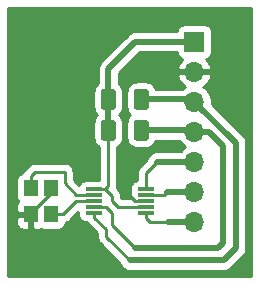
<source format=gtl>
G04 #@! TF.GenerationSoftware,KiCad,Pcbnew,5.1.5+dfsg1-2build2*
G04 #@! TF.CreationDate,2022-11-08T12:44:18-05:00*
G04 #@! TF.ProjectId,si5351,73693533-3531-42e6-9b69-6361645f7063,rev?*
G04 #@! TF.SameCoordinates,Original*
G04 #@! TF.FileFunction,Copper,L1,Top*
G04 #@! TF.FilePolarity,Positive*
%FSLAX46Y46*%
G04 Gerber Fmt 4.6, Leading zero omitted, Abs format (unit mm)*
G04 Created by KiCad (PCBNEW 5.1.5+dfsg1-2build2) date 2022-11-08 12:44:18*
%MOMM*%
%LPD*%
G04 APERTURE LIST*
%ADD10R,1.400000X0.300000*%
%ADD11O,1.700000X1.700000*%
%ADD12R,1.700000X1.700000*%
%ADD13R,1.200000X1.400000*%
%ADD14C,0.100000*%
%ADD15C,0.500000*%
%ADD16C,0.250000*%
%ADD17C,0.254000*%
G04 APERTURE END LIST*
D10*
X185900000Y-104500000D03*
X185900000Y-105000000D03*
X185900000Y-105500000D03*
X185900000Y-106000000D03*
X185900000Y-106500000D03*
X181500000Y-106500000D03*
X181500000Y-106000000D03*
X181500000Y-105500000D03*
X181500000Y-105000000D03*
X181500000Y-104500000D03*
D11*
X190000000Y-107240000D03*
X190000000Y-104700000D03*
X190000000Y-102160000D03*
X190000000Y-99620000D03*
X190000000Y-97080000D03*
X190000000Y-94540000D03*
D12*
X190000000Y-92000000D03*
D13*
X176150000Y-106600000D03*
X176150000Y-104400000D03*
X177850000Y-104400000D03*
X177850000Y-106600000D03*
G04 #@! TA.AperFunction,SMDPad,CuDef*
D14*
G36*
X185899504Y-98626204D02*
G01*
X185923773Y-98629804D01*
X185947571Y-98635765D01*
X185970671Y-98644030D01*
X185992849Y-98654520D01*
X186013893Y-98667133D01*
X186033598Y-98681747D01*
X186051777Y-98698223D01*
X186068253Y-98716402D01*
X186082867Y-98736107D01*
X186095480Y-98757151D01*
X186105970Y-98779329D01*
X186114235Y-98802429D01*
X186120196Y-98826227D01*
X186123796Y-98850496D01*
X186125000Y-98875000D01*
X186125000Y-100125000D01*
X186123796Y-100149504D01*
X186120196Y-100173773D01*
X186114235Y-100197571D01*
X186105970Y-100220671D01*
X186095480Y-100242849D01*
X186082867Y-100263893D01*
X186068253Y-100283598D01*
X186051777Y-100301777D01*
X186033598Y-100318253D01*
X186013893Y-100332867D01*
X185992849Y-100345480D01*
X185970671Y-100355970D01*
X185947571Y-100364235D01*
X185923773Y-100370196D01*
X185899504Y-100373796D01*
X185875000Y-100375000D01*
X185125000Y-100375000D01*
X185100496Y-100373796D01*
X185076227Y-100370196D01*
X185052429Y-100364235D01*
X185029329Y-100355970D01*
X185007151Y-100345480D01*
X184986107Y-100332867D01*
X184966402Y-100318253D01*
X184948223Y-100301777D01*
X184931747Y-100283598D01*
X184917133Y-100263893D01*
X184904520Y-100242849D01*
X184894030Y-100220671D01*
X184885765Y-100197571D01*
X184879804Y-100173773D01*
X184876204Y-100149504D01*
X184875000Y-100125000D01*
X184875000Y-98875000D01*
X184876204Y-98850496D01*
X184879804Y-98826227D01*
X184885765Y-98802429D01*
X184894030Y-98779329D01*
X184904520Y-98757151D01*
X184917133Y-98736107D01*
X184931747Y-98716402D01*
X184948223Y-98698223D01*
X184966402Y-98681747D01*
X184986107Y-98667133D01*
X185007151Y-98654520D01*
X185029329Y-98644030D01*
X185052429Y-98635765D01*
X185076227Y-98629804D01*
X185100496Y-98626204D01*
X185125000Y-98625000D01*
X185875000Y-98625000D01*
X185899504Y-98626204D01*
G37*
G04 #@! TD.AperFunction*
G04 #@! TA.AperFunction,SMDPad,CuDef*
G36*
X183099504Y-98626204D02*
G01*
X183123773Y-98629804D01*
X183147571Y-98635765D01*
X183170671Y-98644030D01*
X183192849Y-98654520D01*
X183213893Y-98667133D01*
X183233598Y-98681747D01*
X183251777Y-98698223D01*
X183268253Y-98716402D01*
X183282867Y-98736107D01*
X183295480Y-98757151D01*
X183305970Y-98779329D01*
X183314235Y-98802429D01*
X183320196Y-98826227D01*
X183323796Y-98850496D01*
X183325000Y-98875000D01*
X183325000Y-100125000D01*
X183323796Y-100149504D01*
X183320196Y-100173773D01*
X183314235Y-100197571D01*
X183305970Y-100220671D01*
X183295480Y-100242849D01*
X183282867Y-100263893D01*
X183268253Y-100283598D01*
X183251777Y-100301777D01*
X183233598Y-100318253D01*
X183213893Y-100332867D01*
X183192849Y-100345480D01*
X183170671Y-100355970D01*
X183147571Y-100364235D01*
X183123773Y-100370196D01*
X183099504Y-100373796D01*
X183075000Y-100375000D01*
X182325000Y-100375000D01*
X182300496Y-100373796D01*
X182276227Y-100370196D01*
X182252429Y-100364235D01*
X182229329Y-100355970D01*
X182207151Y-100345480D01*
X182186107Y-100332867D01*
X182166402Y-100318253D01*
X182148223Y-100301777D01*
X182131747Y-100283598D01*
X182117133Y-100263893D01*
X182104520Y-100242849D01*
X182094030Y-100220671D01*
X182085765Y-100197571D01*
X182079804Y-100173773D01*
X182076204Y-100149504D01*
X182075000Y-100125000D01*
X182075000Y-98875000D01*
X182076204Y-98850496D01*
X182079804Y-98826227D01*
X182085765Y-98802429D01*
X182094030Y-98779329D01*
X182104520Y-98757151D01*
X182117133Y-98736107D01*
X182131747Y-98716402D01*
X182148223Y-98698223D01*
X182166402Y-98681747D01*
X182186107Y-98667133D01*
X182207151Y-98654520D01*
X182229329Y-98644030D01*
X182252429Y-98635765D01*
X182276227Y-98629804D01*
X182300496Y-98626204D01*
X182325000Y-98625000D01*
X183075000Y-98625000D01*
X183099504Y-98626204D01*
G37*
G04 #@! TD.AperFunction*
G04 #@! TA.AperFunction,SMDPad,CuDef*
G36*
X185899504Y-96003204D02*
G01*
X185923773Y-96006804D01*
X185947571Y-96012765D01*
X185970671Y-96021030D01*
X185992849Y-96031520D01*
X186013893Y-96044133D01*
X186033598Y-96058747D01*
X186051777Y-96075223D01*
X186068253Y-96093402D01*
X186082867Y-96113107D01*
X186095480Y-96134151D01*
X186105970Y-96156329D01*
X186114235Y-96179429D01*
X186120196Y-96203227D01*
X186123796Y-96227496D01*
X186125000Y-96252000D01*
X186125000Y-97502000D01*
X186123796Y-97526504D01*
X186120196Y-97550773D01*
X186114235Y-97574571D01*
X186105970Y-97597671D01*
X186095480Y-97619849D01*
X186082867Y-97640893D01*
X186068253Y-97660598D01*
X186051777Y-97678777D01*
X186033598Y-97695253D01*
X186013893Y-97709867D01*
X185992849Y-97722480D01*
X185970671Y-97732970D01*
X185947571Y-97741235D01*
X185923773Y-97747196D01*
X185899504Y-97750796D01*
X185875000Y-97752000D01*
X185125000Y-97752000D01*
X185100496Y-97750796D01*
X185076227Y-97747196D01*
X185052429Y-97741235D01*
X185029329Y-97732970D01*
X185007151Y-97722480D01*
X184986107Y-97709867D01*
X184966402Y-97695253D01*
X184948223Y-97678777D01*
X184931747Y-97660598D01*
X184917133Y-97640893D01*
X184904520Y-97619849D01*
X184894030Y-97597671D01*
X184885765Y-97574571D01*
X184879804Y-97550773D01*
X184876204Y-97526504D01*
X184875000Y-97502000D01*
X184875000Y-96252000D01*
X184876204Y-96227496D01*
X184879804Y-96203227D01*
X184885765Y-96179429D01*
X184894030Y-96156329D01*
X184904520Y-96134151D01*
X184917133Y-96113107D01*
X184931747Y-96093402D01*
X184948223Y-96075223D01*
X184966402Y-96058747D01*
X184986107Y-96044133D01*
X185007151Y-96031520D01*
X185029329Y-96021030D01*
X185052429Y-96012765D01*
X185076227Y-96006804D01*
X185100496Y-96003204D01*
X185125000Y-96002000D01*
X185875000Y-96002000D01*
X185899504Y-96003204D01*
G37*
G04 #@! TD.AperFunction*
G04 #@! TA.AperFunction,SMDPad,CuDef*
G36*
X183099504Y-96003204D02*
G01*
X183123773Y-96006804D01*
X183147571Y-96012765D01*
X183170671Y-96021030D01*
X183192849Y-96031520D01*
X183213893Y-96044133D01*
X183233598Y-96058747D01*
X183251777Y-96075223D01*
X183268253Y-96093402D01*
X183282867Y-96113107D01*
X183295480Y-96134151D01*
X183305970Y-96156329D01*
X183314235Y-96179429D01*
X183320196Y-96203227D01*
X183323796Y-96227496D01*
X183325000Y-96252000D01*
X183325000Y-97502000D01*
X183323796Y-97526504D01*
X183320196Y-97550773D01*
X183314235Y-97574571D01*
X183305970Y-97597671D01*
X183295480Y-97619849D01*
X183282867Y-97640893D01*
X183268253Y-97660598D01*
X183251777Y-97678777D01*
X183233598Y-97695253D01*
X183213893Y-97709867D01*
X183192849Y-97722480D01*
X183170671Y-97732970D01*
X183147571Y-97741235D01*
X183123773Y-97747196D01*
X183099504Y-97750796D01*
X183075000Y-97752000D01*
X182325000Y-97752000D01*
X182300496Y-97750796D01*
X182276227Y-97747196D01*
X182252429Y-97741235D01*
X182229329Y-97732970D01*
X182207151Y-97722480D01*
X182186107Y-97709867D01*
X182166402Y-97695253D01*
X182148223Y-97678777D01*
X182131747Y-97660598D01*
X182117133Y-97640893D01*
X182104520Y-97619849D01*
X182094030Y-97597671D01*
X182085765Y-97574571D01*
X182079804Y-97550773D01*
X182076204Y-97526504D01*
X182075000Y-97502000D01*
X182075000Y-96252000D01*
X182076204Y-96227496D01*
X182079804Y-96203227D01*
X182085765Y-96179429D01*
X182094030Y-96156329D01*
X182104520Y-96134151D01*
X182117133Y-96113107D01*
X182131747Y-96093402D01*
X182148223Y-96075223D01*
X182166402Y-96058747D01*
X182186107Y-96044133D01*
X182207151Y-96031520D01*
X182229329Y-96021030D01*
X182252429Y-96012765D01*
X182276227Y-96006804D01*
X182300496Y-96003204D01*
X182325000Y-96002000D01*
X183075000Y-96002000D01*
X183099504Y-96003204D01*
G37*
G04 #@! TD.AperFunction*
D15*
X190000000Y-102160000D02*
X186840000Y-102160000D01*
D16*
X185900000Y-103100000D02*
X185900000Y-104500000D01*
X186840000Y-102160000D02*
X185900000Y-103100000D01*
X189700000Y-105000000D02*
X190000000Y-104700000D01*
D15*
X190000000Y-104700000D02*
X187700000Y-104700000D01*
D16*
X187400000Y-105000000D02*
X187700000Y-104700000D01*
X185900000Y-105000000D02*
X187400000Y-105000000D01*
D15*
X190000000Y-107240000D02*
X187740000Y-107240000D01*
D16*
X186240000Y-107240000D02*
X187740000Y-107240000D01*
X185900000Y-106900000D02*
X186240000Y-107240000D01*
X185900000Y-106500000D02*
X185900000Y-106900000D01*
X190880000Y-99620000D02*
X190000000Y-99620000D01*
X191000000Y-99500000D02*
X190880000Y-99620000D01*
X192500000Y-101000000D02*
X191000000Y-99500000D01*
D15*
X189880000Y-99500000D02*
X190000000Y-99620000D01*
X185500000Y-99500000D02*
X189880000Y-99500000D01*
X192424990Y-100842909D02*
X192424990Y-101000000D01*
X191202081Y-99620000D02*
X192424990Y-100842909D01*
X190000000Y-99620000D02*
X191202081Y-99620000D01*
X192000000Y-109500000D02*
X185000000Y-109500000D01*
X192424990Y-109075010D02*
X192000000Y-109500000D01*
X192424990Y-100842909D02*
X192424990Y-109075010D01*
D16*
X182500000Y-106000000D02*
X181500000Y-106000000D01*
X183000000Y-106500000D02*
X182500000Y-106000000D01*
X183000000Y-107500000D02*
X183000000Y-106500000D01*
X185000000Y-109500000D02*
X183000000Y-107500000D01*
D15*
X189797000Y-96877000D02*
X190000000Y-97080000D01*
X185500000Y-96877000D02*
X189797000Y-96877000D01*
X190000000Y-97080000D02*
X193500000Y-100580000D01*
X193500000Y-100580000D02*
X193500000Y-109500000D01*
X193500000Y-109500000D02*
X192500000Y-110500000D01*
X192500000Y-110500000D02*
X185000000Y-110500000D01*
X185000000Y-110500000D02*
X184500000Y-110500000D01*
D16*
X181500000Y-106900000D02*
X182500000Y-107900000D01*
X181500000Y-106500000D02*
X181500000Y-106900000D01*
X182500000Y-108500000D02*
X184500000Y-110500000D01*
X182500000Y-107900000D02*
X182500000Y-108500000D01*
X176150000Y-106500000D02*
X176150000Y-106600000D01*
X177850000Y-104800000D02*
X176150000Y-106500000D01*
X177850000Y-104400000D02*
X177850000Y-104800000D01*
X184950000Y-105500000D02*
X184500000Y-105050000D01*
X185900000Y-105500000D02*
X184950000Y-105500000D01*
X184500000Y-105050000D02*
X184500000Y-105000000D01*
D15*
X182700000Y-94300000D02*
X185000000Y-92000000D01*
X182700000Y-96877000D02*
X182700000Y-94300000D01*
X185000000Y-92000000D02*
X190000000Y-92000000D01*
X182700000Y-96877000D02*
X182700000Y-99500000D01*
D16*
X181500000Y-104500000D02*
X182450000Y-104500000D01*
X182450000Y-104500000D02*
X183000000Y-105050000D01*
X183000000Y-105050000D02*
X183000000Y-105500000D01*
X183000000Y-105500000D02*
X183500000Y-106000000D01*
X183500000Y-106000000D02*
X185900000Y-106000000D01*
X182700000Y-104250000D02*
X182700000Y-99500000D01*
X182450000Y-104500000D02*
X182700000Y-104250000D01*
X181500000Y-105500000D02*
X180000000Y-105500000D01*
X178900000Y-106600000D02*
X177850000Y-106600000D01*
X180000000Y-105500000D02*
X178900000Y-106600000D01*
X176500000Y-103000000D02*
X176150000Y-103350000D01*
X179000000Y-103000000D02*
X176500000Y-103000000D01*
X179000000Y-104000000D02*
X179000000Y-103000000D01*
X176150000Y-103350000D02*
X176150000Y-104400000D01*
X180000000Y-105000000D02*
X179000000Y-104000000D01*
X181500000Y-105000000D02*
X180000000Y-105000000D01*
D17*
G36*
X194815001Y-111815000D02*
G01*
X174185000Y-111815000D01*
X174185000Y-107300000D01*
X174911928Y-107300000D01*
X174924188Y-107424482D01*
X174960498Y-107544180D01*
X175019463Y-107654494D01*
X175098815Y-107751185D01*
X175195506Y-107830537D01*
X175305820Y-107889502D01*
X175425518Y-107925812D01*
X175550000Y-107938072D01*
X175864250Y-107935000D01*
X176023000Y-107776250D01*
X176023000Y-106727000D01*
X175073750Y-106727000D01*
X174915000Y-106885750D01*
X174911928Y-107300000D01*
X174185000Y-107300000D01*
X174185000Y-103700000D01*
X174911928Y-103700000D01*
X174911928Y-105100000D01*
X174924188Y-105224482D01*
X174960498Y-105344180D01*
X175019463Y-105454494D01*
X175056809Y-105500000D01*
X175019463Y-105545506D01*
X174960498Y-105655820D01*
X174924188Y-105775518D01*
X174911928Y-105900000D01*
X174915000Y-106314250D01*
X175073750Y-106473000D01*
X176023000Y-106473000D01*
X176023000Y-106453000D01*
X176277000Y-106453000D01*
X176277000Y-106473000D01*
X176297000Y-106473000D01*
X176297000Y-106727000D01*
X176277000Y-106727000D01*
X176277000Y-107776250D01*
X176435750Y-107935000D01*
X176750000Y-107938072D01*
X176874482Y-107925812D01*
X176994180Y-107889502D01*
X177000000Y-107886391D01*
X177005820Y-107889502D01*
X177125518Y-107925812D01*
X177250000Y-107938072D01*
X178450000Y-107938072D01*
X178574482Y-107925812D01*
X178694180Y-107889502D01*
X178804494Y-107830537D01*
X178901185Y-107751185D01*
X178980537Y-107654494D01*
X179039502Y-107544180D01*
X179075812Y-107424482D01*
X179084301Y-107338291D01*
X179192247Y-107305546D01*
X179324276Y-107234974D01*
X179440001Y-107140001D01*
X179463804Y-107110998D01*
X180161928Y-106412874D01*
X180161928Y-106650000D01*
X180174188Y-106774482D01*
X180210498Y-106894180D01*
X180269463Y-107004494D01*
X180348815Y-107101185D01*
X180445506Y-107180537D01*
X180555820Y-107239502D01*
X180675518Y-107275812D01*
X180800000Y-107288072D01*
X180845674Y-107288072D01*
X180865026Y-107324276D01*
X180959999Y-107440001D01*
X180989001Y-107463802D01*
X181740000Y-108214802D01*
X181740000Y-108462678D01*
X181736324Y-108500000D01*
X181740000Y-108537322D01*
X181740000Y-108537333D01*
X181750997Y-108648986D01*
X181794454Y-108792247D01*
X181819037Y-108838236D01*
X181865026Y-108924276D01*
X181936201Y-109011002D01*
X181960000Y-109040001D01*
X181988998Y-109063799D01*
X183640484Y-110715286D01*
X183678411Y-110840313D01*
X183760589Y-110994059D01*
X183871183Y-111128817D01*
X184005941Y-111239411D01*
X184159687Y-111321589D01*
X184326510Y-111372195D01*
X184456523Y-111385000D01*
X192456531Y-111385000D01*
X192500000Y-111389281D01*
X192543469Y-111385000D01*
X192543477Y-111385000D01*
X192673490Y-111372195D01*
X192840313Y-111321589D01*
X192994059Y-111239411D01*
X193128817Y-111128817D01*
X193156534Y-111095044D01*
X194095049Y-110156530D01*
X194128817Y-110128817D01*
X194182177Y-110063799D01*
X194239411Y-109994059D01*
X194321589Y-109840314D01*
X194372195Y-109673490D01*
X194372533Y-109670056D01*
X194385000Y-109543477D01*
X194385000Y-109543469D01*
X194389281Y-109500000D01*
X194385000Y-109456531D01*
X194385000Y-100623465D01*
X194389281Y-100579999D01*
X194385000Y-100536533D01*
X194385000Y-100536523D01*
X194372195Y-100406510D01*
X194321589Y-100239687D01*
X194239411Y-100085941D01*
X194205217Y-100044276D01*
X194156532Y-99984953D01*
X194156530Y-99984951D01*
X194128817Y-99951183D01*
X194095050Y-99923471D01*
X191470539Y-97298961D01*
X191485000Y-97226260D01*
X191485000Y-96933740D01*
X191427932Y-96646842D01*
X191315990Y-96376589D01*
X191153475Y-96133368D01*
X190946632Y-95926525D01*
X190764466Y-95804805D01*
X190881355Y-95735178D01*
X191097588Y-95540269D01*
X191271641Y-95306920D01*
X191396825Y-95044099D01*
X191441476Y-94896890D01*
X191320155Y-94667000D01*
X190127000Y-94667000D01*
X190127000Y-94687000D01*
X189873000Y-94687000D01*
X189873000Y-94667000D01*
X188679845Y-94667000D01*
X188558524Y-94896890D01*
X188603175Y-95044099D01*
X188728359Y-95306920D01*
X188902412Y-95540269D01*
X189118645Y-95735178D01*
X189235534Y-95804805D01*
X189053368Y-95926525D01*
X188987893Y-95992000D01*
X186719694Y-95992000D01*
X186695472Y-95912150D01*
X186613405Y-95758614D01*
X186502962Y-95624038D01*
X186368386Y-95513595D01*
X186214850Y-95431528D01*
X186048254Y-95380992D01*
X185875000Y-95363928D01*
X185125000Y-95363928D01*
X184951746Y-95380992D01*
X184785150Y-95431528D01*
X184631614Y-95513595D01*
X184497038Y-95624038D01*
X184386595Y-95758614D01*
X184304528Y-95912150D01*
X184253992Y-96078746D01*
X184236928Y-96252000D01*
X184236928Y-97502000D01*
X184253992Y-97675254D01*
X184304528Y-97841850D01*
X184386595Y-97995386D01*
X184497038Y-98129962D01*
X184568367Y-98188500D01*
X184497038Y-98247038D01*
X184386595Y-98381614D01*
X184304528Y-98535150D01*
X184253992Y-98701746D01*
X184236928Y-98875000D01*
X184236928Y-100125000D01*
X184253992Y-100298254D01*
X184304528Y-100464850D01*
X184386595Y-100618386D01*
X184497038Y-100752962D01*
X184631614Y-100863405D01*
X184785150Y-100945472D01*
X184951746Y-100996008D01*
X185125000Y-101013072D01*
X185875000Y-101013072D01*
X186048254Y-100996008D01*
X186214850Y-100945472D01*
X186368386Y-100863405D01*
X186502962Y-100752962D01*
X186613405Y-100618386D01*
X186695472Y-100464850D01*
X186719694Y-100385000D01*
X188725162Y-100385000D01*
X188846525Y-100566632D01*
X189053368Y-100773475D01*
X189227760Y-100890000D01*
X189053368Y-101006525D01*
X188846525Y-101213368D01*
X188805344Y-101275000D01*
X186796523Y-101275000D01*
X186666510Y-101287805D01*
X186499687Y-101338411D01*
X186345941Y-101420589D01*
X186211183Y-101531183D01*
X186100589Y-101665941D01*
X186018411Y-101819687D01*
X185980484Y-101944715D01*
X185389002Y-102536196D01*
X185359999Y-102559999D01*
X185304871Y-102627174D01*
X185265026Y-102675724D01*
X185204576Y-102788817D01*
X185194454Y-102807754D01*
X185150997Y-102951015D01*
X185140000Y-103062668D01*
X185140000Y-103062678D01*
X185136324Y-103100000D01*
X185140000Y-103137323D01*
X185140000Y-103717837D01*
X185075518Y-103724188D01*
X184955820Y-103760498D01*
X184845506Y-103819463D01*
X184748815Y-103898815D01*
X184669463Y-103995506D01*
X184610498Y-104105820D01*
X184574188Y-104225518D01*
X184561928Y-104350000D01*
X184561928Y-104650000D01*
X184571777Y-104750000D01*
X184561928Y-104850000D01*
X184561928Y-105150000D01*
X184570792Y-105240000D01*
X183814801Y-105240000D01*
X183760000Y-105185199D01*
X183760000Y-105087322D01*
X183763676Y-105049999D01*
X183760000Y-105012676D01*
X183760000Y-105012667D01*
X183749003Y-104901014D01*
X183705546Y-104757753D01*
X183634974Y-104625724D01*
X183593940Y-104575724D01*
X183563799Y-104538996D01*
X183563795Y-104538992D01*
X183540001Y-104509999D01*
X183511009Y-104486206D01*
X183443135Y-104418332D01*
X183449003Y-104398986D01*
X183460000Y-104287333D01*
X183460000Y-104287324D01*
X183463676Y-104250001D01*
X183460000Y-104212678D01*
X183460000Y-100921339D01*
X183568386Y-100863405D01*
X183702962Y-100752962D01*
X183813405Y-100618386D01*
X183895472Y-100464850D01*
X183946008Y-100298254D01*
X183963072Y-100125000D01*
X183963072Y-98875000D01*
X183946008Y-98701746D01*
X183895472Y-98535150D01*
X183813405Y-98381614D01*
X183702962Y-98247038D01*
X183631633Y-98188500D01*
X183702962Y-98129962D01*
X183813405Y-97995386D01*
X183895472Y-97841850D01*
X183946008Y-97675254D01*
X183963072Y-97502000D01*
X183963072Y-96252000D01*
X183946008Y-96078746D01*
X183895472Y-95912150D01*
X183813405Y-95758614D01*
X183702962Y-95624038D01*
X183585000Y-95527230D01*
X183585000Y-94666578D01*
X185366579Y-92885000D01*
X188515375Y-92885000D01*
X188524188Y-92974482D01*
X188560498Y-93094180D01*
X188619463Y-93204494D01*
X188698815Y-93301185D01*
X188795506Y-93380537D01*
X188905820Y-93439502D01*
X188986466Y-93463966D01*
X188902412Y-93539731D01*
X188728359Y-93773080D01*
X188603175Y-94035901D01*
X188558524Y-94183110D01*
X188679845Y-94413000D01*
X189873000Y-94413000D01*
X189873000Y-94393000D01*
X190127000Y-94393000D01*
X190127000Y-94413000D01*
X191320155Y-94413000D01*
X191441476Y-94183110D01*
X191396825Y-94035901D01*
X191271641Y-93773080D01*
X191097588Y-93539731D01*
X191013534Y-93463966D01*
X191094180Y-93439502D01*
X191204494Y-93380537D01*
X191301185Y-93301185D01*
X191380537Y-93204494D01*
X191439502Y-93094180D01*
X191475812Y-92974482D01*
X191488072Y-92850000D01*
X191488072Y-91150000D01*
X191475812Y-91025518D01*
X191439502Y-90905820D01*
X191380537Y-90795506D01*
X191301185Y-90698815D01*
X191204494Y-90619463D01*
X191094180Y-90560498D01*
X190974482Y-90524188D01*
X190850000Y-90511928D01*
X189150000Y-90511928D01*
X189025518Y-90524188D01*
X188905820Y-90560498D01*
X188795506Y-90619463D01*
X188698815Y-90698815D01*
X188619463Y-90795506D01*
X188560498Y-90905820D01*
X188524188Y-91025518D01*
X188515375Y-91115000D01*
X185043465Y-91115000D01*
X184999999Y-91110719D01*
X184956533Y-91115000D01*
X184956523Y-91115000D01*
X184826510Y-91127805D01*
X184659687Y-91178411D01*
X184505941Y-91260589D01*
X184505939Y-91260590D01*
X184505940Y-91260590D01*
X184404953Y-91343468D01*
X184404951Y-91343470D01*
X184371183Y-91371183D01*
X184343470Y-91404951D01*
X182104951Y-93643471D01*
X182071184Y-93671183D01*
X182043471Y-93704951D01*
X182043468Y-93704954D01*
X181960590Y-93805941D01*
X181878412Y-93959687D01*
X181827805Y-94126510D01*
X181810719Y-94300000D01*
X181815001Y-94343479D01*
X181815001Y-95527229D01*
X181697038Y-95624038D01*
X181586595Y-95758614D01*
X181504528Y-95912150D01*
X181453992Y-96078746D01*
X181436928Y-96252000D01*
X181436928Y-97502000D01*
X181453992Y-97675254D01*
X181504528Y-97841850D01*
X181586595Y-97995386D01*
X181697038Y-98129962D01*
X181768367Y-98188500D01*
X181697038Y-98247038D01*
X181586595Y-98381614D01*
X181504528Y-98535150D01*
X181453992Y-98701746D01*
X181436928Y-98875000D01*
X181436928Y-100125000D01*
X181453992Y-100298254D01*
X181504528Y-100464850D01*
X181586595Y-100618386D01*
X181697038Y-100752962D01*
X181831614Y-100863405D01*
X181940001Y-100921339D01*
X181940000Y-103711928D01*
X180800000Y-103711928D01*
X180675518Y-103724188D01*
X180555820Y-103760498D01*
X180445506Y-103819463D01*
X180348815Y-103898815D01*
X180269463Y-103995506D01*
X180210498Y-104105820D01*
X180203544Y-104128743D01*
X179760000Y-103685199D01*
X179760000Y-103037333D01*
X179763677Y-103000000D01*
X179749003Y-102851014D01*
X179705546Y-102707753D01*
X179634974Y-102575724D01*
X179540001Y-102459999D01*
X179424276Y-102365026D01*
X179292247Y-102294454D01*
X179148986Y-102250997D01*
X179037333Y-102240000D01*
X179000000Y-102236323D01*
X178962667Y-102240000D01*
X176537325Y-102240000D01*
X176500000Y-102236324D01*
X176462675Y-102240000D01*
X176462667Y-102240000D01*
X176351014Y-102250997D01*
X176207753Y-102294454D01*
X176075724Y-102365026D01*
X175959999Y-102459999D01*
X175936196Y-102489003D01*
X175639003Y-102786196D01*
X175609999Y-102809999D01*
X175554871Y-102877174D01*
X175515026Y-102925724D01*
X175458116Y-103032195D01*
X175444454Y-103057754D01*
X175439899Y-103072772D01*
X175425518Y-103074188D01*
X175305820Y-103110498D01*
X175195506Y-103169463D01*
X175098815Y-103248815D01*
X175019463Y-103345506D01*
X174960498Y-103455820D01*
X174924188Y-103575518D01*
X174911928Y-103700000D01*
X174185000Y-103700000D01*
X174185000Y-89185000D01*
X194815000Y-89185000D01*
X194815001Y-111815000D01*
G37*
X194815001Y-111815000D02*
X174185000Y-111815000D01*
X174185000Y-107300000D01*
X174911928Y-107300000D01*
X174924188Y-107424482D01*
X174960498Y-107544180D01*
X175019463Y-107654494D01*
X175098815Y-107751185D01*
X175195506Y-107830537D01*
X175305820Y-107889502D01*
X175425518Y-107925812D01*
X175550000Y-107938072D01*
X175864250Y-107935000D01*
X176023000Y-107776250D01*
X176023000Y-106727000D01*
X175073750Y-106727000D01*
X174915000Y-106885750D01*
X174911928Y-107300000D01*
X174185000Y-107300000D01*
X174185000Y-103700000D01*
X174911928Y-103700000D01*
X174911928Y-105100000D01*
X174924188Y-105224482D01*
X174960498Y-105344180D01*
X175019463Y-105454494D01*
X175056809Y-105500000D01*
X175019463Y-105545506D01*
X174960498Y-105655820D01*
X174924188Y-105775518D01*
X174911928Y-105900000D01*
X174915000Y-106314250D01*
X175073750Y-106473000D01*
X176023000Y-106473000D01*
X176023000Y-106453000D01*
X176277000Y-106453000D01*
X176277000Y-106473000D01*
X176297000Y-106473000D01*
X176297000Y-106727000D01*
X176277000Y-106727000D01*
X176277000Y-107776250D01*
X176435750Y-107935000D01*
X176750000Y-107938072D01*
X176874482Y-107925812D01*
X176994180Y-107889502D01*
X177000000Y-107886391D01*
X177005820Y-107889502D01*
X177125518Y-107925812D01*
X177250000Y-107938072D01*
X178450000Y-107938072D01*
X178574482Y-107925812D01*
X178694180Y-107889502D01*
X178804494Y-107830537D01*
X178901185Y-107751185D01*
X178980537Y-107654494D01*
X179039502Y-107544180D01*
X179075812Y-107424482D01*
X179084301Y-107338291D01*
X179192247Y-107305546D01*
X179324276Y-107234974D01*
X179440001Y-107140001D01*
X179463804Y-107110998D01*
X180161928Y-106412874D01*
X180161928Y-106650000D01*
X180174188Y-106774482D01*
X180210498Y-106894180D01*
X180269463Y-107004494D01*
X180348815Y-107101185D01*
X180445506Y-107180537D01*
X180555820Y-107239502D01*
X180675518Y-107275812D01*
X180800000Y-107288072D01*
X180845674Y-107288072D01*
X180865026Y-107324276D01*
X180959999Y-107440001D01*
X180989001Y-107463802D01*
X181740000Y-108214802D01*
X181740000Y-108462678D01*
X181736324Y-108500000D01*
X181740000Y-108537322D01*
X181740000Y-108537333D01*
X181750997Y-108648986D01*
X181794454Y-108792247D01*
X181819037Y-108838236D01*
X181865026Y-108924276D01*
X181936201Y-109011002D01*
X181960000Y-109040001D01*
X181988998Y-109063799D01*
X183640484Y-110715286D01*
X183678411Y-110840313D01*
X183760589Y-110994059D01*
X183871183Y-111128817D01*
X184005941Y-111239411D01*
X184159687Y-111321589D01*
X184326510Y-111372195D01*
X184456523Y-111385000D01*
X192456531Y-111385000D01*
X192500000Y-111389281D01*
X192543469Y-111385000D01*
X192543477Y-111385000D01*
X192673490Y-111372195D01*
X192840313Y-111321589D01*
X192994059Y-111239411D01*
X193128817Y-111128817D01*
X193156534Y-111095044D01*
X194095049Y-110156530D01*
X194128817Y-110128817D01*
X194182177Y-110063799D01*
X194239411Y-109994059D01*
X194321589Y-109840314D01*
X194372195Y-109673490D01*
X194372533Y-109670056D01*
X194385000Y-109543477D01*
X194385000Y-109543469D01*
X194389281Y-109500000D01*
X194385000Y-109456531D01*
X194385000Y-100623465D01*
X194389281Y-100579999D01*
X194385000Y-100536533D01*
X194385000Y-100536523D01*
X194372195Y-100406510D01*
X194321589Y-100239687D01*
X194239411Y-100085941D01*
X194205217Y-100044276D01*
X194156532Y-99984953D01*
X194156530Y-99984951D01*
X194128817Y-99951183D01*
X194095050Y-99923471D01*
X191470539Y-97298961D01*
X191485000Y-97226260D01*
X191485000Y-96933740D01*
X191427932Y-96646842D01*
X191315990Y-96376589D01*
X191153475Y-96133368D01*
X190946632Y-95926525D01*
X190764466Y-95804805D01*
X190881355Y-95735178D01*
X191097588Y-95540269D01*
X191271641Y-95306920D01*
X191396825Y-95044099D01*
X191441476Y-94896890D01*
X191320155Y-94667000D01*
X190127000Y-94667000D01*
X190127000Y-94687000D01*
X189873000Y-94687000D01*
X189873000Y-94667000D01*
X188679845Y-94667000D01*
X188558524Y-94896890D01*
X188603175Y-95044099D01*
X188728359Y-95306920D01*
X188902412Y-95540269D01*
X189118645Y-95735178D01*
X189235534Y-95804805D01*
X189053368Y-95926525D01*
X188987893Y-95992000D01*
X186719694Y-95992000D01*
X186695472Y-95912150D01*
X186613405Y-95758614D01*
X186502962Y-95624038D01*
X186368386Y-95513595D01*
X186214850Y-95431528D01*
X186048254Y-95380992D01*
X185875000Y-95363928D01*
X185125000Y-95363928D01*
X184951746Y-95380992D01*
X184785150Y-95431528D01*
X184631614Y-95513595D01*
X184497038Y-95624038D01*
X184386595Y-95758614D01*
X184304528Y-95912150D01*
X184253992Y-96078746D01*
X184236928Y-96252000D01*
X184236928Y-97502000D01*
X184253992Y-97675254D01*
X184304528Y-97841850D01*
X184386595Y-97995386D01*
X184497038Y-98129962D01*
X184568367Y-98188500D01*
X184497038Y-98247038D01*
X184386595Y-98381614D01*
X184304528Y-98535150D01*
X184253992Y-98701746D01*
X184236928Y-98875000D01*
X184236928Y-100125000D01*
X184253992Y-100298254D01*
X184304528Y-100464850D01*
X184386595Y-100618386D01*
X184497038Y-100752962D01*
X184631614Y-100863405D01*
X184785150Y-100945472D01*
X184951746Y-100996008D01*
X185125000Y-101013072D01*
X185875000Y-101013072D01*
X186048254Y-100996008D01*
X186214850Y-100945472D01*
X186368386Y-100863405D01*
X186502962Y-100752962D01*
X186613405Y-100618386D01*
X186695472Y-100464850D01*
X186719694Y-100385000D01*
X188725162Y-100385000D01*
X188846525Y-100566632D01*
X189053368Y-100773475D01*
X189227760Y-100890000D01*
X189053368Y-101006525D01*
X188846525Y-101213368D01*
X188805344Y-101275000D01*
X186796523Y-101275000D01*
X186666510Y-101287805D01*
X186499687Y-101338411D01*
X186345941Y-101420589D01*
X186211183Y-101531183D01*
X186100589Y-101665941D01*
X186018411Y-101819687D01*
X185980484Y-101944715D01*
X185389002Y-102536196D01*
X185359999Y-102559999D01*
X185304871Y-102627174D01*
X185265026Y-102675724D01*
X185204576Y-102788817D01*
X185194454Y-102807754D01*
X185150997Y-102951015D01*
X185140000Y-103062668D01*
X185140000Y-103062678D01*
X185136324Y-103100000D01*
X185140000Y-103137323D01*
X185140000Y-103717837D01*
X185075518Y-103724188D01*
X184955820Y-103760498D01*
X184845506Y-103819463D01*
X184748815Y-103898815D01*
X184669463Y-103995506D01*
X184610498Y-104105820D01*
X184574188Y-104225518D01*
X184561928Y-104350000D01*
X184561928Y-104650000D01*
X184571777Y-104750000D01*
X184561928Y-104850000D01*
X184561928Y-105150000D01*
X184570792Y-105240000D01*
X183814801Y-105240000D01*
X183760000Y-105185199D01*
X183760000Y-105087322D01*
X183763676Y-105049999D01*
X183760000Y-105012676D01*
X183760000Y-105012667D01*
X183749003Y-104901014D01*
X183705546Y-104757753D01*
X183634974Y-104625724D01*
X183593940Y-104575724D01*
X183563799Y-104538996D01*
X183563795Y-104538992D01*
X183540001Y-104509999D01*
X183511009Y-104486206D01*
X183443135Y-104418332D01*
X183449003Y-104398986D01*
X183460000Y-104287333D01*
X183460000Y-104287324D01*
X183463676Y-104250001D01*
X183460000Y-104212678D01*
X183460000Y-100921339D01*
X183568386Y-100863405D01*
X183702962Y-100752962D01*
X183813405Y-100618386D01*
X183895472Y-100464850D01*
X183946008Y-100298254D01*
X183963072Y-100125000D01*
X183963072Y-98875000D01*
X183946008Y-98701746D01*
X183895472Y-98535150D01*
X183813405Y-98381614D01*
X183702962Y-98247038D01*
X183631633Y-98188500D01*
X183702962Y-98129962D01*
X183813405Y-97995386D01*
X183895472Y-97841850D01*
X183946008Y-97675254D01*
X183963072Y-97502000D01*
X183963072Y-96252000D01*
X183946008Y-96078746D01*
X183895472Y-95912150D01*
X183813405Y-95758614D01*
X183702962Y-95624038D01*
X183585000Y-95527230D01*
X183585000Y-94666578D01*
X185366579Y-92885000D01*
X188515375Y-92885000D01*
X188524188Y-92974482D01*
X188560498Y-93094180D01*
X188619463Y-93204494D01*
X188698815Y-93301185D01*
X188795506Y-93380537D01*
X188905820Y-93439502D01*
X188986466Y-93463966D01*
X188902412Y-93539731D01*
X188728359Y-93773080D01*
X188603175Y-94035901D01*
X188558524Y-94183110D01*
X188679845Y-94413000D01*
X189873000Y-94413000D01*
X189873000Y-94393000D01*
X190127000Y-94393000D01*
X190127000Y-94413000D01*
X191320155Y-94413000D01*
X191441476Y-94183110D01*
X191396825Y-94035901D01*
X191271641Y-93773080D01*
X191097588Y-93539731D01*
X191013534Y-93463966D01*
X191094180Y-93439502D01*
X191204494Y-93380537D01*
X191301185Y-93301185D01*
X191380537Y-93204494D01*
X191439502Y-93094180D01*
X191475812Y-92974482D01*
X191488072Y-92850000D01*
X191488072Y-91150000D01*
X191475812Y-91025518D01*
X191439502Y-90905820D01*
X191380537Y-90795506D01*
X191301185Y-90698815D01*
X191204494Y-90619463D01*
X191094180Y-90560498D01*
X190974482Y-90524188D01*
X190850000Y-90511928D01*
X189150000Y-90511928D01*
X189025518Y-90524188D01*
X188905820Y-90560498D01*
X188795506Y-90619463D01*
X188698815Y-90698815D01*
X188619463Y-90795506D01*
X188560498Y-90905820D01*
X188524188Y-91025518D01*
X188515375Y-91115000D01*
X185043465Y-91115000D01*
X184999999Y-91110719D01*
X184956533Y-91115000D01*
X184956523Y-91115000D01*
X184826510Y-91127805D01*
X184659687Y-91178411D01*
X184505941Y-91260589D01*
X184505939Y-91260590D01*
X184505940Y-91260590D01*
X184404953Y-91343468D01*
X184404951Y-91343470D01*
X184371183Y-91371183D01*
X184343470Y-91404951D01*
X182104951Y-93643471D01*
X182071184Y-93671183D01*
X182043471Y-93704951D01*
X182043468Y-93704954D01*
X181960590Y-93805941D01*
X181878412Y-93959687D01*
X181827805Y-94126510D01*
X181810719Y-94300000D01*
X181815001Y-94343479D01*
X181815001Y-95527229D01*
X181697038Y-95624038D01*
X181586595Y-95758614D01*
X181504528Y-95912150D01*
X181453992Y-96078746D01*
X181436928Y-96252000D01*
X181436928Y-97502000D01*
X181453992Y-97675254D01*
X181504528Y-97841850D01*
X181586595Y-97995386D01*
X181697038Y-98129962D01*
X181768367Y-98188500D01*
X181697038Y-98247038D01*
X181586595Y-98381614D01*
X181504528Y-98535150D01*
X181453992Y-98701746D01*
X181436928Y-98875000D01*
X181436928Y-100125000D01*
X181453992Y-100298254D01*
X181504528Y-100464850D01*
X181586595Y-100618386D01*
X181697038Y-100752962D01*
X181831614Y-100863405D01*
X181940001Y-100921339D01*
X181940000Y-103711928D01*
X180800000Y-103711928D01*
X180675518Y-103724188D01*
X180555820Y-103760498D01*
X180445506Y-103819463D01*
X180348815Y-103898815D01*
X180269463Y-103995506D01*
X180210498Y-104105820D01*
X180203544Y-104128743D01*
X179760000Y-103685199D01*
X179760000Y-103037333D01*
X179763677Y-103000000D01*
X179749003Y-102851014D01*
X179705546Y-102707753D01*
X179634974Y-102575724D01*
X179540001Y-102459999D01*
X179424276Y-102365026D01*
X179292247Y-102294454D01*
X179148986Y-102250997D01*
X179037333Y-102240000D01*
X179000000Y-102236323D01*
X178962667Y-102240000D01*
X176537325Y-102240000D01*
X176500000Y-102236324D01*
X176462675Y-102240000D01*
X176462667Y-102240000D01*
X176351014Y-102250997D01*
X176207753Y-102294454D01*
X176075724Y-102365026D01*
X175959999Y-102459999D01*
X175936196Y-102489003D01*
X175639003Y-102786196D01*
X175609999Y-102809999D01*
X175554871Y-102877174D01*
X175515026Y-102925724D01*
X175458116Y-103032195D01*
X175444454Y-103057754D01*
X175439899Y-103072772D01*
X175425518Y-103074188D01*
X175305820Y-103110498D01*
X175195506Y-103169463D01*
X175098815Y-103248815D01*
X175019463Y-103345506D01*
X174960498Y-103455820D01*
X174924188Y-103575518D01*
X174911928Y-103700000D01*
X174185000Y-103700000D01*
X174185000Y-89185000D01*
X194815000Y-89185000D01*
X194815001Y-111815000D01*
G36*
X177977000Y-104273000D02*
G01*
X177997000Y-104273000D01*
X177997000Y-104527000D01*
X177977000Y-104527000D01*
X177977000Y-104547000D01*
X177723000Y-104547000D01*
X177723000Y-104527000D01*
X177703000Y-104527000D01*
X177703000Y-104273000D01*
X177723000Y-104273000D01*
X177723000Y-104253000D01*
X177977000Y-104253000D01*
X177977000Y-104273000D01*
G37*
X177977000Y-104273000D02*
X177997000Y-104273000D01*
X177997000Y-104527000D01*
X177977000Y-104527000D01*
X177977000Y-104547000D01*
X177723000Y-104547000D01*
X177723000Y-104527000D01*
X177703000Y-104527000D01*
X177703000Y-104273000D01*
X177723000Y-104273000D01*
X177723000Y-104253000D01*
X177977000Y-104253000D01*
X177977000Y-104273000D01*
M02*

</source>
